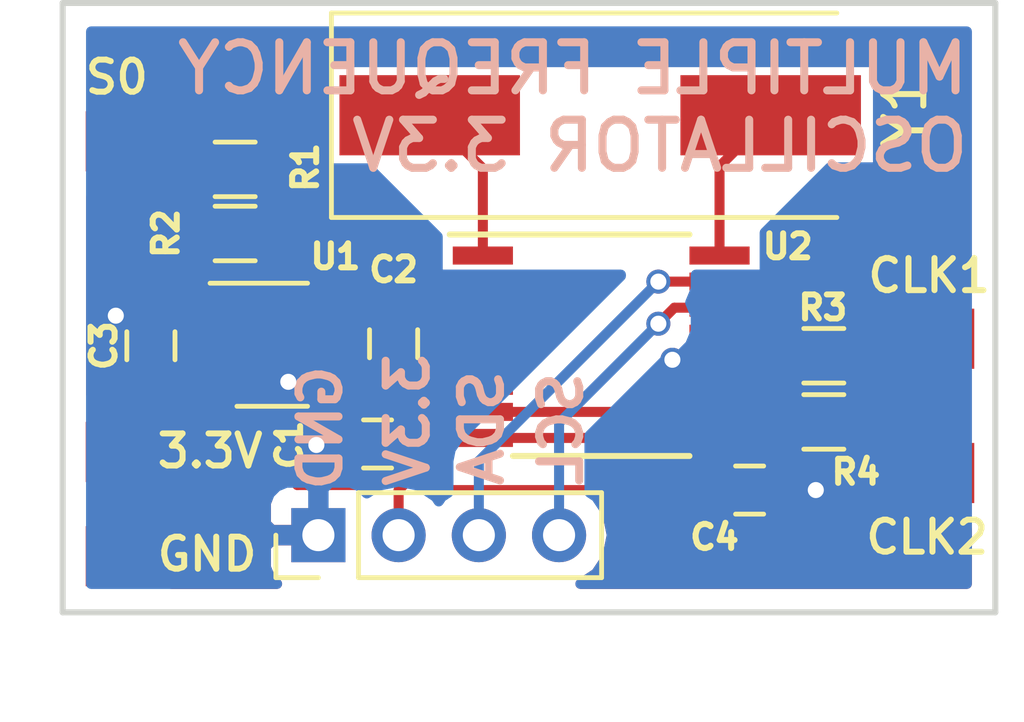
<source format=kicad_pcb>
(kicad_pcb (version 4) (host pcbnew 4.0.7-e2-6376~61~ubuntu18.04.1)

  (general
    (links 33)
    (no_connects 0)
    (area 134.724999 88.199999 158.125001 103.550001)
    (thickness 1.6)
    (drawings 14)
    (tracks 87)
    (zones 0)
    (modules 17)
    (nets 14)
  )

  (page A4)
  (layers
    (0 F.Cu signal)
    (31 B.Cu signal)
    (32 B.Adhes user)
    (33 F.Adhes user)
    (34 B.Paste user)
    (35 F.Paste user)
    (36 B.SilkS user)
    (37 F.SilkS user)
    (38 B.Mask user)
    (39 F.Mask user)
    (40 Dwgs.User user)
    (41 Cmts.User user)
    (42 Eco1.User user)
    (43 Eco2.User user)
    (44 Edge.Cuts user)
    (45 Margin user)
    (46 B.CrtYd user)
    (47 F.CrtYd user)
    (48 B.Fab user)
    (49 F.Fab user)
  )

  (setup
    (last_trace_width 0.25)
    (trace_clearance 0.2)
    (zone_clearance 0.508)
    (zone_45_only yes)
    (trace_min 0.2)
    (segment_width 0.2)
    (edge_width 0.15)
    (via_size 0.6)
    (via_drill 0.4)
    (via_min_size 0.4)
    (via_min_drill 0.3)
    (uvia_size 0.3)
    (uvia_drill 0.1)
    (uvias_allowed no)
    (uvia_min_size 0.2)
    (uvia_min_drill 0.1)
    (pcb_text_width 0.3)
    (pcb_text_size 1.5 1.5)
    (mod_edge_width 0.15)
    (mod_text_size 1 1)
    (mod_text_width 0.15)
    (pad_size 1.524 1.524)
    (pad_drill 0.762)
    (pad_to_mask_clearance 0.2)
    (aux_axis_origin 0 0)
    (visible_elements FFFFFF7F)
    (pcbplotparams
      (layerselection 0x00030_80000001)
      (usegerberextensions false)
      (excludeedgelayer true)
      (linewidth 0.100000)
      (plotframeref false)
      (viasonmask false)
      (mode 1)
      (useauxorigin false)
      (hpglpennumber 1)
      (hpglpenspeed 20)
      (hpglpendiameter 15)
      (hpglpenoverlay 2)
      (psnegative false)
      (psa4output false)
      (plotreference true)
      (plotvalue true)
      (plotinvisibletext false)
      (padsonsilk false)
      (subtractmaskfromsilk false)
      (outputformat 1)
      (mirror false)
      (drillshape 1)
      (scaleselection 1)
      (outputdirectory ""))
  )

  (net 0 "")
  (net 1 GND)
  (net 2 +3V3)
  (net 3 +1V8)
  (net 4 "Net-(J1-Pad1)")
  (net 5 /SDA)
  (net 6 /SCL)
  (net 7 "Net-(J5-Pad1)")
  (net 8 "Net-(J6-Pad1)")
  (net 9 /S0)
  (net 10 "Net-(R3-Pad2)")
  (net 11 "Net-(R4-Pad2)")
  (net 12 "Net-(U2-Pad1)")
  (net 13 "Net-(U2-Pad16)")

  (net_class Default "This is the default net class."
    (clearance 0.2)
    (trace_width 0.25)
    (via_dia 0.6)
    (via_drill 0.4)
    (uvia_dia 0.3)
    (uvia_drill 0.1)
    (add_net +1V8)
    (add_net +3V3)
    (add_net /S0)
    (add_net /SCL)
    (add_net /SDA)
    (add_net GND)
    (add_net "Net-(J1-Pad1)")
    (add_net "Net-(J5-Pad1)")
    (add_net "Net-(J6-Pad1)")
    (add_net "Net-(R3-Pad2)")
    (add_net "Net-(R4-Pad2)")
    (add_net "Net-(U2-Pad1)")
    (add_net "Net-(U2-Pad16)")
  )

  (module Housings_SSOP:TSSOP-16_4.4x5mm_Pitch0.65mm (layer F.Cu) (tedit 5B71EC53) (tstamp 5B71E756)
    (at 148.225 96.85)
    (descr "16-Lead Plastic Thin Shrink Small Outline (ST)-4.4 mm Body [TSSOP] (see Microchip Packaging Specification 00000049BS.pdf)")
    (tags "SSOP 0.65")
    (path /5B71E0D8)
    (attr smd)
    (fp_text reference U2 (at 4.65 -2.5) (layer F.SilkS)
      (effects (font (size 0.6 0.6) (thickness 0.15)))
    )
    (fp_text value CDCE925 (at 0 3.55) (layer F.Fab)
      (effects (font (size 1 1) (thickness 0.15)))
    )
    (fp_line (start -1.2 -2.5) (end 2.2 -2.5) (layer F.Fab) (width 0.15))
    (fp_line (start 2.2 -2.5) (end 2.2 2.5) (layer F.Fab) (width 0.15))
    (fp_line (start 2.2 2.5) (end -2.2 2.5) (layer F.Fab) (width 0.15))
    (fp_line (start -2.2 2.5) (end -2.2 -1.5) (layer F.Fab) (width 0.15))
    (fp_line (start -2.2 -1.5) (end -1.2 -2.5) (layer F.Fab) (width 0.15))
    (fp_line (start -3.95 -2.9) (end -3.95 2.8) (layer F.CrtYd) (width 0.05))
    (fp_line (start 3.95 -2.9) (end 3.95 2.8) (layer F.CrtYd) (width 0.05))
    (fp_line (start -3.95 -2.9) (end 3.95 -2.9) (layer F.CrtYd) (width 0.05))
    (fp_line (start -3.95 2.8) (end 3.95 2.8) (layer F.CrtYd) (width 0.05))
    (fp_line (start -2.2 2.725) (end 2.2 2.725) (layer F.SilkS) (width 0.15))
    (fp_line (start -3.775 -2.8) (end 2.2 -2.8) (layer F.SilkS) (width 0.15))
    (fp_text user %R (at 0 0) (layer F.Fab)
      (effects (font (size 0.8 0.8) (thickness 0.15)))
    )
    (pad 1 smd rect (at -2.95 -2.275) (size 1.5 0.45) (layers F.Cu F.Paste F.Mask)
      (net 12 "Net-(U2-Pad1)"))
    (pad 2 smd rect (at -2.95 -1.625) (size 1.5 0.45) (layers F.Cu F.Paste F.Mask)
      (net 9 /S0))
    (pad 3 smd rect (at -2.95 -0.975) (size 1.5 0.45) (layers F.Cu F.Paste F.Mask)
      (net 3 +1V8))
    (pad 4 smd rect (at -2.95 -0.325) (size 1.5 0.45) (layers F.Cu F.Paste F.Mask))
    (pad 5 smd rect (at -2.95 0.325) (size 1.5 0.45) (layers F.Cu F.Paste F.Mask)
      (net 1 GND))
    (pad 6 smd rect (at -2.95 0.975) (size 1.5 0.45) (layers F.Cu F.Paste F.Mask)
      (net 2 +3V3))
    (pad 7 smd rect (at -2.95 1.625) (size 1.5 0.45) (layers F.Cu F.Paste F.Mask)
      (net 10 "Net-(R3-Pad2)"))
    (pad 8 smd rect (at -2.95 2.275) (size 1.5 0.45) (layers F.Cu F.Paste F.Mask)
      (net 11 "Net-(R4-Pad2)"))
    (pad 9 smd rect (at 2.95 2.275) (size 1.5 0.45) (layers F.Cu F.Paste F.Mask)
      (net 2 +3V3))
    (pad 10 smd rect (at 2.95 1.625) (size 1.5 0.45) (layers F.Cu F.Paste F.Mask)
      (net 11 "Net-(R4-Pad2)"))
    (pad 11 smd rect (at 2.95 0.975) (size 1.5 0.45) (layers F.Cu F.Paste F.Mask)
      (net 10 "Net-(R3-Pad2)"))
    (pad 12 smd rect (at 2.95 0.325) (size 1.5 0.45) (layers F.Cu F.Paste F.Mask)
      (net 1 GND))
    (pad 13 smd rect (at 2.95 -0.325) (size 1.5 0.45) (layers F.Cu F.Paste F.Mask))
    (pad 14 smd rect (at 2.95 -0.975) (size 1.5 0.45) (layers F.Cu F.Paste F.Mask)
      (net 6 /SCL))
    (pad 15 smd rect (at 2.95 -1.625) (size 1.5 0.45) (layers F.Cu F.Paste F.Mask)
      (net 5 /SDA))
    (pad 16 smd rect (at 2.95 -2.275) (size 1.5 0.45) (layers F.Cu F.Paste F.Mask)
      (net 13 "Net-(U2-Pad16)"))
    (model ${KISYS3DMOD}/Housings_SSOP.3dshapes/TSSOP-16_4.4x5mm_Pitch0.65mm.wrl
      (at (xyz 0 0 0))
      (scale (xyz 1 1 1))
      (rotate (xyz 0 0 0))
    )
  )

  (module Capacitors_SMD:C_0603 (layer F.Cu) (tedit 5B71F1CE) (tstamp 5B71E6F4)
    (at 142.65 99.275 180)
    (descr "Capacitor SMD 0603, reflow soldering, AVX (see smccp.pdf)")
    (tags "capacitor 0603")
    (path /5B71E86F)
    (attr smd)
    (fp_text reference C1 (at 2.2 -0.025 270) (layer F.SilkS)
      (effects (font (size 0.6 0.6) (thickness 0.15)))
    )
    (fp_text value 1uF (at 0 1.5 180) (layer F.Fab)
      (effects (font (size 1 1) (thickness 0.15)))
    )
    (fp_line (start 1.4 0.65) (end -1.4 0.65) (layer F.CrtYd) (width 0.05))
    (fp_line (start 1.4 0.65) (end 1.4 -0.65) (layer F.CrtYd) (width 0.05))
    (fp_line (start -1.4 -0.65) (end -1.4 0.65) (layer F.CrtYd) (width 0.05))
    (fp_line (start -1.4 -0.65) (end 1.4 -0.65) (layer F.CrtYd) (width 0.05))
    (fp_line (start 0.35 0.6) (end -0.35 0.6) (layer F.SilkS) (width 0.12))
    (fp_line (start -0.35 -0.6) (end 0.35 -0.6) (layer F.SilkS) (width 0.12))
    (fp_line (start -0.8 -0.4) (end 0.8 -0.4) (layer F.Fab) (width 0.1))
    (fp_line (start 0.8 -0.4) (end 0.8 0.4) (layer F.Fab) (width 0.1))
    (fp_line (start 0.8 0.4) (end -0.8 0.4) (layer F.Fab) (width 0.1))
    (fp_line (start -0.8 0.4) (end -0.8 -0.4) (layer F.Fab) (width 0.1))
    (fp_text user %R (at 0 0 180) (layer F.Fab)
      (effects (font (size 0.3 0.3) (thickness 0.075)))
    )
    (pad 2 smd rect (at 0.75 0 180) (size 0.8 0.75) (layers F.Cu F.Paste F.Mask)
      (net 1 GND))
    (pad 1 smd rect (at -0.75 0 180) (size 0.8 0.75) (layers F.Cu F.Paste F.Mask)
      (net 2 +3V3))
    (model Capacitors_SMD.3dshapes/C_0603.wrl
      (at (xyz 0 0 0))
      (scale (xyz 1 1 1))
      (rotate (xyz 0 0 0))
    )
  )

  (module Capacitors_SMD:C_0603 (layer F.Cu) (tedit 5B71EC3F) (tstamp 5B71E6FA)
    (at 143.05 96.775 270)
    (descr "Capacitor SMD 0603, reflow soldering, AVX (see smccp.pdf)")
    (tags "capacitor 0603")
    (path /5B71E96F)
    (attr smd)
    (fp_text reference C2 (at -1.85 0 360) (layer F.SilkS)
      (effects (font (size 0.6 0.6) (thickness 0.15)))
    )
    (fp_text value 1uF (at 0 1.5 270) (layer F.Fab)
      (effects (font (size 1 1) (thickness 0.15)))
    )
    (fp_line (start 1.4 0.65) (end -1.4 0.65) (layer F.CrtYd) (width 0.05))
    (fp_line (start 1.4 0.65) (end 1.4 -0.65) (layer F.CrtYd) (width 0.05))
    (fp_line (start -1.4 -0.65) (end -1.4 0.65) (layer F.CrtYd) (width 0.05))
    (fp_line (start -1.4 -0.65) (end 1.4 -0.65) (layer F.CrtYd) (width 0.05))
    (fp_line (start 0.35 0.6) (end -0.35 0.6) (layer F.SilkS) (width 0.12))
    (fp_line (start -0.35 -0.6) (end 0.35 -0.6) (layer F.SilkS) (width 0.12))
    (fp_line (start -0.8 -0.4) (end 0.8 -0.4) (layer F.Fab) (width 0.1))
    (fp_line (start 0.8 -0.4) (end 0.8 0.4) (layer F.Fab) (width 0.1))
    (fp_line (start 0.8 0.4) (end -0.8 0.4) (layer F.Fab) (width 0.1))
    (fp_line (start -0.8 0.4) (end -0.8 -0.4) (layer F.Fab) (width 0.1))
    (fp_text user %R (at 0 0 270) (layer F.Fab)
      (effects (font (size 0.3 0.3) (thickness 0.075)))
    )
    (pad 2 smd rect (at 0.75 0 270) (size 0.8 0.75) (layers F.Cu F.Paste F.Mask)
      (net 1 GND))
    (pad 1 smd rect (at -0.75 0 270) (size 0.8 0.75) (layers F.Cu F.Paste F.Mask)
      (net 3 +1V8))
    (model Capacitors_SMD.3dshapes/C_0603.wrl
      (at (xyz 0 0 0))
      (scale (xyz 1 1 1))
      (rotate (xyz 0 0 0))
    )
  )

  (module Capacitors_SMD:C_0603 (layer F.Cu) (tedit 5B71ECDF) (tstamp 5B71E700)
    (at 137 96.825 90)
    (descr "Capacitor SMD 0603, reflow soldering, AVX (see smccp.pdf)")
    (tags "capacitor 0603")
    (path /5B71E368)
    (attr smd)
    (fp_text reference C3 (at 0 -1.175 90) (layer F.SilkS)
      (effects (font (size 0.6 0.6) (thickness 0.15)))
    )
    (fp_text value 1uF (at 0 1.5 90) (layer F.Fab)
      (effects (font (size 1 1) (thickness 0.15)))
    )
    (fp_line (start 1.4 0.65) (end -1.4 0.65) (layer F.CrtYd) (width 0.05))
    (fp_line (start 1.4 0.65) (end 1.4 -0.65) (layer F.CrtYd) (width 0.05))
    (fp_line (start -1.4 -0.65) (end -1.4 0.65) (layer F.CrtYd) (width 0.05))
    (fp_line (start -1.4 -0.65) (end 1.4 -0.65) (layer F.CrtYd) (width 0.05))
    (fp_line (start 0.35 0.6) (end -0.35 0.6) (layer F.SilkS) (width 0.12))
    (fp_line (start -0.35 -0.6) (end 0.35 -0.6) (layer F.SilkS) (width 0.12))
    (fp_line (start -0.8 -0.4) (end 0.8 -0.4) (layer F.Fab) (width 0.1))
    (fp_line (start 0.8 -0.4) (end 0.8 0.4) (layer F.Fab) (width 0.1))
    (fp_line (start 0.8 0.4) (end -0.8 0.4) (layer F.Fab) (width 0.1))
    (fp_line (start -0.8 0.4) (end -0.8 -0.4) (layer F.Fab) (width 0.1))
    (fp_text user %R (at 0 0 90) (layer F.Fab)
      (effects (font (size 0.3 0.3) (thickness 0.075)))
    )
    (pad 2 smd rect (at 0.75 0 90) (size 0.8 0.75) (layers F.Cu F.Paste F.Mask)
      (net 1 GND))
    (pad 1 smd rect (at -0.75 0 90) (size 0.8 0.75) (layers F.Cu F.Paste F.Mask)
      (net 2 +3V3))
    (model Capacitors_SMD.3dshapes/C_0603.wrl
      (at (xyz 0 0 0))
      (scale (xyz 1 1 1))
      (rotate (xyz 0 0 0))
    )
  )

  (module Resistors_SMD:R_0603 (layer F.Cu) (tedit 5B71EE3A) (tstamp 5B71E727)
    (at 139.1 92.425 180)
    (descr "Resistor SMD 0603, reflow soldering, Vishay (see dcrcw.pdf)")
    (tags "resistor 0603")
    (path /5B71ED60)
    (attr smd)
    (fp_text reference R1 (at -1.75 0.05 270) (layer F.SilkS)
      (effects (font (size 0.6 0.6) (thickness 0.15)))
    )
    (fp_text value 10K (at 0 1.5 180) (layer F.Fab)
      (effects (font (size 1 1) (thickness 0.15)))
    )
    (fp_text user %R (at 0 0 180) (layer F.Fab)
      (effects (font (size 0.4 0.4) (thickness 0.075)))
    )
    (fp_line (start -0.8 0.4) (end -0.8 -0.4) (layer F.Fab) (width 0.1))
    (fp_line (start 0.8 0.4) (end -0.8 0.4) (layer F.Fab) (width 0.1))
    (fp_line (start 0.8 -0.4) (end 0.8 0.4) (layer F.Fab) (width 0.1))
    (fp_line (start -0.8 -0.4) (end 0.8 -0.4) (layer F.Fab) (width 0.1))
    (fp_line (start 0.5 0.68) (end -0.5 0.68) (layer F.SilkS) (width 0.12))
    (fp_line (start -0.5 -0.68) (end 0.5 -0.68) (layer F.SilkS) (width 0.12))
    (fp_line (start -1.25 -0.7) (end 1.25 -0.7) (layer F.CrtYd) (width 0.05))
    (fp_line (start -1.25 -0.7) (end -1.25 0.7) (layer F.CrtYd) (width 0.05))
    (fp_line (start 1.25 0.7) (end 1.25 -0.7) (layer F.CrtYd) (width 0.05))
    (fp_line (start 1.25 0.7) (end -1.25 0.7) (layer F.CrtYd) (width 0.05))
    (pad 1 smd rect (at -0.75 0 180) (size 0.5 0.9) (layers F.Cu F.Paste F.Mask)
      (net 9 /S0))
    (pad 2 smd rect (at 0.75 0 180) (size 0.5 0.9) (layers F.Cu F.Paste F.Mask)
      (net 4 "Net-(J1-Pad1)"))
    (model ${KISYS3DMOD}/Resistors_SMD.3dshapes/R_0603.wrl
      (at (xyz 0 0 0))
      (scale (xyz 1 1 1))
      (rotate (xyz 0 0 0))
    )
  )

  (module Resistors_SMD:R_0603 (layer F.Cu) (tedit 5B71F084) (tstamp 5B71E72D)
    (at 139.1 94.025)
    (descr "Resistor SMD 0603, reflow soldering, Vishay (see dcrcw.pdf)")
    (tags "resistor 0603")
    (path /5B71EDD0)
    (attr smd)
    (fp_text reference R2 (at -1.725 0 90) (layer F.SilkS)
      (effects (font (size 0.6 0.6) (thickness 0.15)))
    )
    (fp_text value 10K (at 0 1.5) (layer F.Fab)
      (effects (font (size 1 1) (thickness 0.15)))
    )
    (fp_text user %R (at 0 0) (layer F.Fab)
      (effects (font (size 0.4 0.4) (thickness 0.075)))
    )
    (fp_line (start -0.8 0.4) (end -0.8 -0.4) (layer F.Fab) (width 0.1))
    (fp_line (start 0.8 0.4) (end -0.8 0.4) (layer F.Fab) (width 0.1))
    (fp_line (start 0.8 -0.4) (end 0.8 0.4) (layer F.Fab) (width 0.1))
    (fp_line (start -0.8 -0.4) (end 0.8 -0.4) (layer F.Fab) (width 0.1))
    (fp_line (start 0.5 0.68) (end -0.5 0.68) (layer F.SilkS) (width 0.12))
    (fp_line (start -0.5 -0.68) (end 0.5 -0.68) (layer F.SilkS) (width 0.12))
    (fp_line (start -1.25 -0.7) (end 1.25 -0.7) (layer F.CrtYd) (width 0.05))
    (fp_line (start -1.25 -0.7) (end -1.25 0.7) (layer F.CrtYd) (width 0.05))
    (fp_line (start 1.25 0.7) (end 1.25 -0.7) (layer F.CrtYd) (width 0.05))
    (fp_line (start 1.25 0.7) (end -1.25 0.7) (layer F.CrtYd) (width 0.05))
    (pad 1 smd rect (at -0.75 0) (size 0.5 0.9) (layers F.Cu F.Paste F.Mask)
      (net 1 GND))
    (pad 2 smd rect (at 0.75 0) (size 0.5 0.9) (layers F.Cu F.Paste F.Mask)
      (net 9 /S0))
    (model ${KISYS3DMOD}/Resistors_SMD.3dshapes/R_0603.wrl
      (at (xyz 0 0 0))
      (scale (xyz 1 1 1))
      (rotate (xyz 0 0 0))
    )
  )

  (module Resistors_SMD:R_0603 (layer F.Cu) (tedit 5B71EC62) (tstamp 5B71E733)
    (at 153.775 97.075 180)
    (descr "Resistor SMD 0603, reflow soldering, Vishay (see dcrcw.pdf)")
    (tags "resistor 0603")
    (path /5B71E5F4)
    (attr smd)
    (fp_text reference R3 (at 0.025 1.2 180) (layer F.SilkS)
      (effects (font (size 0.6 0.6) (thickness 0.15)))
    )
    (fp_text value 18R (at 0 1.5 180) (layer F.Fab)
      (effects (font (size 1 1) (thickness 0.15)))
    )
    (fp_text user %R (at 0 0 180) (layer F.Fab)
      (effects (font (size 0.4 0.4) (thickness 0.075)))
    )
    (fp_line (start -0.8 0.4) (end -0.8 -0.4) (layer F.Fab) (width 0.1))
    (fp_line (start 0.8 0.4) (end -0.8 0.4) (layer F.Fab) (width 0.1))
    (fp_line (start 0.8 -0.4) (end 0.8 0.4) (layer F.Fab) (width 0.1))
    (fp_line (start -0.8 -0.4) (end 0.8 -0.4) (layer F.Fab) (width 0.1))
    (fp_line (start 0.5 0.68) (end -0.5 0.68) (layer F.SilkS) (width 0.12))
    (fp_line (start -0.5 -0.68) (end 0.5 -0.68) (layer F.SilkS) (width 0.12))
    (fp_line (start -1.25 -0.7) (end 1.25 -0.7) (layer F.CrtYd) (width 0.05))
    (fp_line (start -1.25 -0.7) (end -1.25 0.7) (layer F.CrtYd) (width 0.05))
    (fp_line (start 1.25 0.7) (end 1.25 -0.7) (layer F.CrtYd) (width 0.05))
    (fp_line (start 1.25 0.7) (end -1.25 0.7) (layer F.CrtYd) (width 0.05))
    (pad 1 smd rect (at -0.75 0 180) (size 0.5 0.9) (layers F.Cu F.Paste F.Mask)
      (net 7 "Net-(J5-Pad1)"))
    (pad 2 smd rect (at 0.75 0 180) (size 0.5 0.9) (layers F.Cu F.Paste F.Mask)
      (net 10 "Net-(R3-Pad2)"))
    (model ${KISYS3DMOD}/Resistors_SMD.3dshapes/R_0603.wrl
      (at (xyz 0 0 0))
      (scale (xyz 1 1 1))
      (rotate (xyz 0 0 0))
    )
  )

  (module Resistors_SMD:R_0603 (layer F.Cu) (tedit 5B71F1ED) (tstamp 5B71E739)
    (at 153.775 98.725 180)
    (descr "Resistor SMD 0603, reflow soldering, Vishay (see dcrcw.pdf)")
    (tags "resistor 0603")
    (path /5B71E638)
    (attr smd)
    (fp_text reference R4 (at -0.8 -1.25 180) (layer F.SilkS)
      (effects (font (size 0.6 0.6) (thickness 0.15)))
    )
    (fp_text value 18R (at 0 1.5 180) (layer F.Fab)
      (effects (font (size 1 1) (thickness 0.15)))
    )
    (fp_text user %R (at 0 0 180) (layer F.Fab)
      (effects (font (size 0.4 0.4) (thickness 0.075)))
    )
    (fp_line (start -0.8 0.4) (end -0.8 -0.4) (layer F.Fab) (width 0.1))
    (fp_line (start 0.8 0.4) (end -0.8 0.4) (layer F.Fab) (width 0.1))
    (fp_line (start 0.8 -0.4) (end 0.8 0.4) (layer F.Fab) (width 0.1))
    (fp_line (start -0.8 -0.4) (end 0.8 -0.4) (layer F.Fab) (width 0.1))
    (fp_line (start 0.5 0.68) (end -0.5 0.68) (layer F.SilkS) (width 0.12))
    (fp_line (start -0.5 -0.68) (end 0.5 -0.68) (layer F.SilkS) (width 0.12))
    (fp_line (start -1.25 -0.7) (end 1.25 -0.7) (layer F.CrtYd) (width 0.05))
    (fp_line (start -1.25 -0.7) (end -1.25 0.7) (layer F.CrtYd) (width 0.05))
    (fp_line (start 1.25 0.7) (end 1.25 -0.7) (layer F.CrtYd) (width 0.05))
    (fp_line (start 1.25 0.7) (end -1.25 0.7) (layer F.CrtYd) (width 0.05))
    (pad 1 smd rect (at -0.75 0 180) (size 0.5 0.9) (layers F.Cu F.Paste F.Mask)
      (net 8 "Net-(J6-Pad1)"))
    (pad 2 smd rect (at 0.75 0 180) (size 0.5 0.9) (layers F.Cu F.Paste F.Mask)
      (net 11 "Net-(R4-Pad2)"))
    (model ${KISYS3DMOD}/Resistors_SMD.3dshapes/R_0603.wrl
      (at (xyz 0 0 0))
      (scale (xyz 1 1 1))
      (rotate (xyz 0 0 0))
    )
  )

  (module TO_SOT_Packages_SMD:TSOT-23-5 (layer F.Cu) (tedit 5B71F087) (tstamp 5B71E742)
    (at 140.025 96.775)
    (descr "5-pin TSOT23 package, http://cds.linear.com/docs/en/packaging/SOT_5_05-08-1635.pdf")
    (tags TSOT-23-5)
    (path /5B71E817)
    (attr smd)
    (fp_text reference U1 (at 1.575 -2.175) (layer F.SilkS)
      (effects (font (size 0.6 0.6) (thickness 0.15)))
    )
    (fp_text value TPS782 (at 0 2.5) (layer F.Fab)
      (effects (font (size 1 1) (thickness 0.15)))
    )
    (fp_text user %R (at 0 0 90) (layer F.Fab)
      (effects (font (size 0.5 0.5) (thickness 0.075)))
    )
    (fp_line (start -0.88 1.56) (end 0.88 1.56) (layer F.SilkS) (width 0.12))
    (fp_line (start 0.88 -1.51) (end -1.55 -1.51) (layer F.SilkS) (width 0.12))
    (fp_line (start -0.88 -1) (end -0.43 -1.45) (layer F.Fab) (width 0.1))
    (fp_line (start 0.88 -1.45) (end -0.43 -1.45) (layer F.Fab) (width 0.1))
    (fp_line (start -0.88 -1) (end -0.88 1.45) (layer F.Fab) (width 0.1))
    (fp_line (start 0.88 1.45) (end -0.88 1.45) (layer F.Fab) (width 0.1))
    (fp_line (start 0.88 -1.45) (end 0.88 1.45) (layer F.Fab) (width 0.1))
    (fp_line (start -2.17 -1.7) (end 2.17 -1.7) (layer F.CrtYd) (width 0.05))
    (fp_line (start -2.17 -1.7) (end -2.17 1.7) (layer F.CrtYd) (width 0.05))
    (fp_line (start 2.17 1.7) (end 2.17 -1.7) (layer F.CrtYd) (width 0.05))
    (fp_line (start 2.17 1.7) (end -2.17 1.7) (layer F.CrtYd) (width 0.05))
    (pad 1 smd rect (at -1.31 -0.95) (size 1.22 0.65) (layers F.Cu F.Paste F.Mask)
      (net 2 +3V3))
    (pad 2 smd rect (at -1.31 0) (size 1.22 0.65) (layers F.Cu F.Paste F.Mask)
      (net 1 GND))
    (pad 3 smd rect (at -1.31 0.95) (size 1.22 0.65) (layers F.Cu F.Paste F.Mask)
      (net 2 +3V3))
    (pad 4 smd rect (at 1.31 0.95) (size 1.22 0.65) (layers F.Cu F.Paste F.Mask)
      (net 1 GND))
    (pad 5 smd rect (at 1.31 -0.95) (size 1.22 0.65) (layers F.Cu F.Paste F.Mask)
      (net 3 +1V8))
    (model ${KISYS3DMOD}/TO_SOT_Packages_SMD.3dshapes/TSOT-23-5.wrl
      (at (xyz 0 0 0))
      (scale (xyz 1 1 1))
      (rotate (xyz 0 0 0))
    )
  )

  (module Crystals:Crystal_SMD_HC49-SD (layer F.Cu) (tedit 5B71ECAD) (tstamp 5B71E75C)
    (at 148.2 91.075)
    (descr "SMD Crystal HC-49-SD http://cdn-reichelt.de/documents/datenblatt/B400/xxx-HC49-SMD.pdf, 11.4x4.7mm^2 package")
    (tags "SMD SMT crystal")
    (path /5B71E121)
    (attr smd)
    (fp_text reference Y1 (at 7.6 -0.1 90) (layer F.SilkS)
      (effects (font (size 1 1) (thickness 0.15)))
    )
    (fp_text value 27MHz (at 0 3.55) (layer F.Fab)
      (effects (font (size 1 1) (thickness 0.15)))
    )
    (fp_text user %R (at 0 0) (layer F.Fab)
      (effects (font (size 1 1) (thickness 0.15)))
    )
    (fp_line (start -5.7 -2.35) (end -5.7 2.35) (layer F.Fab) (width 0.1))
    (fp_line (start -5.7 2.35) (end 5.7 2.35) (layer F.Fab) (width 0.1))
    (fp_line (start 5.7 2.35) (end 5.7 -2.35) (layer F.Fab) (width 0.1))
    (fp_line (start 5.7 -2.35) (end -5.7 -2.35) (layer F.Fab) (width 0.1))
    (fp_line (start -3.015 -2.115) (end 3.015 -2.115) (layer F.Fab) (width 0.1))
    (fp_line (start -3.015 2.115) (end 3.015 2.115) (layer F.Fab) (width 0.1))
    (fp_line (start 5.9 -2.55) (end -6.7 -2.55) (layer F.SilkS) (width 0.12))
    (fp_line (start -6.7 -2.55) (end -6.7 2.55) (layer F.SilkS) (width 0.12))
    (fp_line (start -6.7 2.55) (end 5.9 2.55) (layer F.SilkS) (width 0.12))
    (fp_line (start -6.8 -2.6) (end -6.8 2.6) (layer F.CrtYd) (width 0.05))
    (fp_line (start -6.8 2.6) (end 6.8 2.6) (layer F.CrtYd) (width 0.05))
    (fp_line (start 6.8 2.6) (end 6.8 -2.6) (layer F.CrtYd) (width 0.05))
    (fp_line (start 6.8 -2.6) (end -6.8 -2.6) (layer F.CrtYd) (width 0.05))
    (fp_arc (start -3.015 0) (end -3.015 -2.115) (angle -180) (layer F.Fab) (width 0.1))
    (fp_arc (start 3.015 0) (end 3.015 -2.115) (angle 180) (layer F.Fab) (width 0.1))
    (pad 1 smd rect (at -4.25 0) (size 4.5 2) (layers F.Cu F.Paste F.Mask)
      (net 12 "Net-(U2-Pad1)"))
    (pad 2 smd rect (at 4.25 0) (size 4.5 2) (layers F.Cu F.Paste F.Mask)
      (net 13 "Net-(U2-Pad16)"))
    (model ${KISYS3DMOD}/Crystals.3dshapes/Crystal_SMD_HC49-SD.wrl
      (at (xyz 0 0 0))
      (scale (xyz 1 1 1))
      (rotate (xyz 0 0 0))
    )
  )

  (module Pin_Headers:Pin_Header_Straight_1x04_Pitch2.00mm (layer F.Cu) (tedit 5B71ECC8) (tstamp 5B71E7AB)
    (at 141.175 101.55 90)
    (descr "Through hole straight pin header, 1x04, 2.00mm pitch, single row")
    (tags "Through hole pin header THT 1x04 2.00mm single row")
    (path /5B71E22E)
    (fp_text reference J2 (at 0 -2.06 90) (layer F.SilkS) hide
      (effects (font (size 1 1) (thickness 0.15)))
    )
    (fp_text value Conn_01x04 (at 0 8.06 90) (layer F.Fab)
      (effects (font (size 1 1) (thickness 0.15)))
    )
    (fp_line (start -0.5 -1) (end 1 -1) (layer F.Fab) (width 0.1))
    (fp_line (start 1 -1) (end 1 7) (layer F.Fab) (width 0.1))
    (fp_line (start 1 7) (end -1 7) (layer F.Fab) (width 0.1))
    (fp_line (start -1 7) (end -1 -0.5) (layer F.Fab) (width 0.1))
    (fp_line (start -1 -0.5) (end -0.5 -1) (layer F.Fab) (width 0.1))
    (fp_line (start -1.06 7.06) (end 1.06 7.06) (layer F.SilkS) (width 0.12))
    (fp_line (start -1.06 1) (end -1.06 7.06) (layer F.SilkS) (width 0.12))
    (fp_line (start 1.06 1) (end 1.06 7.06) (layer F.SilkS) (width 0.12))
    (fp_line (start -1.06 1) (end 1.06 1) (layer F.SilkS) (width 0.12))
    (fp_line (start -1.06 0) (end -1.06 -1.06) (layer F.SilkS) (width 0.12))
    (fp_line (start -1.06 -1.06) (end 0 -1.06) (layer F.SilkS) (width 0.12))
    (fp_line (start -1.5 -1.5) (end -1.5 7.5) (layer F.CrtYd) (width 0.05))
    (fp_line (start -1.5 7.5) (end 1.5 7.5) (layer F.CrtYd) (width 0.05))
    (fp_line (start 1.5 7.5) (end 1.5 -1.5) (layer F.CrtYd) (width 0.05))
    (fp_line (start 1.5 -1.5) (end -1.5 -1.5) (layer F.CrtYd) (width 0.05))
    (fp_text user %R (at 0 3 180) (layer F.Fab)
      (effects (font (size 1 1) (thickness 0.15)))
    )
    (pad 1 thru_hole rect (at 0 0 90) (size 1.35 1.35) (drill 0.8) (layers *.Cu *.Mask)
      (net 1 GND))
    (pad 2 thru_hole oval (at 0 2 90) (size 1.35 1.35) (drill 0.8) (layers *.Cu *.Mask)
      (net 2 +3V3))
    (pad 3 thru_hole oval (at 0 4 90) (size 1.35 1.35) (drill 0.8) (layers *.Cu *.Mask)
      (net 5 /SDA))
    (pad 4 thru_hole oval (at 0 6 90) (size 1.35 1.35) (drill 0.8) (layers *.Cu *.Mask)
      (net 6 /SCL))
    (model ${KISYS3DMOD}/Pin_Headers.3dshapes/Pin_Header_Straight_1x04_Pitch2.00mm.wrl
      (at (xyz 0 0 0))
      (scale (xyz 1 1 1))
      (rotate (xyz 0 0 0))
    )
  )

  (module Measurement_Points:Measurement_Point_Square-SMD-Pad_Small (layer F.Cu) (tedit 5B71EC9A) (tstamp 5B71E818)
    (at 136.125 91.725)
    (descr "Mesurement Point, Square, SMD Pad,  1.5mm x 1.5mm,")
    (tags "Mesurement Point Square SMD Pad 1.5x1.5mm")
    (path /5B71EE79)
    (attr virtual)
    (fp_text reference J1 (at 0 -2) (layer F.SilkS) hide
      (effects (font (size 1 1) (thickness 0.15)))
    )
    (fp_text value S0 (at 0 2) (layer F.Fab)
      (effects (font (size 1 1) (thickness 0.15)))
    )
    (fp_line (start -1 -1) (end 1 -1) (layer F.CrtYd) (width 0.05))
    (fp_line (start 1 -1) (end 1 1) (layer F.CrtYd) (width 0.05))
    (fp_line (start 1 1) (end -1 1) (layer F.CrtYd) (width 0.05))
    (fp_line (start -1 1) (end -1 -1) (layer F.CrtYd) (width 0.05))
    (pad 1 smd rect (at 0 0) (size 1.5 1.5) (layers F.Cu F.Mask)
      (net 4 "Net-(J1-Pad1)"))
  )

  (module Measurement_Points:Measurement_Point_Square-SMD-Pad_Small (layer F.Cu) (tedit 5B71EC93) (tstamp 5B71E81C)
    (at 136.125 99.475)
    (descr "Mesurement Point, Square, SMD Pad,  1.5mm x 1.5mm,")
    (tags "Mesurement Point Square SMD Pad 1.5x1.5mm")
    (path /5B71F121)
    (attr virtual)
    (fp_text reference J3 (at 0 -2) (layer F.SilkS) hide
      (effects (font (size 1 1) (thickness 0.15)))
    )
    (fp_text value 3.3V_IN (at 0 2) (layer F.Fab)
      (effects (font (size 1 1) (thickness 0.15)))
    )
    (fp_line (start -1 -1) (end 1 -1) (layer F.CrtYd) (width 0.05))
    (fp_line (start 1 -1) (end 1 1) (layer F.CrtYd) (width 0.05))
    (fp_line (start 1 1) (end -1 1) (layer F.CrtYd) (width 0.05))
    (fp_line (start -1 1) (end -1 -1) (layer F.CrtYd) (width 0.05))
    (pad 1 smd rect (at 0 0) (size 1.5 1.5) (layers F.Cu F.Mask)
      (net 2 +3V3))
  )

  (module Measurement_Points:Measurement_Point_Square-SMD-Pad_Small (layer F.Cu) (tedit 5B71EC97) (tstamp 5B71E820)
    (at 136.125 102.075)
    (descr "Mesurement Point, Square, SMD Pad,  1.5mm x 1.5mm,")
    (tags "Mesurement Point Square SMD Pad 1.5x1.5mm")
    (path /5B71F256)
    (attr virtual)
    (fp_text reference J4 (at 0 -2) (layer F.SilkS) hide
      (effects (font (size 1 1) (thickness 0.15)))
    )
    (fp_text value GND_IN (at 0 2) (layer F.Fab)
      (effects (font (size 1 1) (thickness 0.15)))
    )
    (fp_line (start -1 -1) (end 1 -1) (layer F.CrtYd) (width 0.05))
    (fp_line (start 1 -1) (end 1 1) (layer F.CrtYd) (width 0.05))
    (fp_line (start 1 1) (end -1 1) (layer F.CrtYd) (width 0.05))
    (fp_line (start -1 1) (end -1 -1) (layer F.CrtYd) (width 0.05))
    (pad 1 smd rect (at 0 0) (size 1.5 1.5) (layers F.Cu F.Mask)
      (net 1 GND))
  )

  (module Measurement_Points:Measurement_Point_Square-SMD-Pad_Small (layer F.Cu) (tedit 5B71EC29) (tstamp 5B71E824)
    (at 156.775 96.65)
    (descr "Mesurement Point, Square, SMD Pad,  1.5mm x 1.5mm,")
    (tags "Mesurement Point Square SMD Pad 1.5x1.5mm")
    (path /5B71EC63)
    (attr virtual)
    (fp_text reference J5 (at 0 -2) (layer F.SilkS) hide
      (effects (font (size 1 1) (thickness 0.15)))
    )
    (fp_text value CLK1 (at 0 2) (layer F.Fab)
      (effects (font (size 1 1) (thickness 0.15)))
    )
    (fp_line (start -1 -1) (end 1 -1) (layer F.CrtYd) (width 0.05))
    (fp_line (start 1 -1) (end 1 1) (layer F.CrtYd) (width 0.05))
    (fp_line (start 1 1) (end -1 1) (layer F.CrtYd) (width 0.05))
    (fp_line (start -1 1) (end -1 -1) (layer F.CrtYd) (width 0.05))
    (pad 1 smd rect (at 0 0) (size 1.5 1.5) (layers F.Cu F.Mask)
      (net 7 "Net-(J5-Pad1)"))
  )

  (module Measurement_Points:Measurement_Point_Square-SMD-Pad_Small (layer F.Cu) (tedit 5B71EC2F) (tstamp 5B71E828)
    (at 156.775 100)
    (descr "Mesurement Point, Square, SMD Pad,  1.5mm x 1.5mm,")
    (tags "Mesurement Point Square SMD Pad 1.5x1.5mm")
    (path /5B71ECF9)
    (attr virtual)
    (fp_text reference J6 (at 0 -2) (layer F.SilkS) hide
      (effects (font (size 1 1) (thickness 0.15)))
    )
    (fp_text value CLK2 (at 0 2) (layer F.Fab)
      (effects (font (size 1 1) (thickness 0.15)))
    )
    (fp_line (start -1 -1) (end 1 -1) (layer F.CrtYd) (width 0.05))
    (fp_line (start 1 -1) (end 1 1) (layer F.CrtYd) (width 0.05))
    (fp_line (start 1 1) (end -1 1) (layer F.CrtYd) (width 0.05))
    (fp_line (start -1 1) (end -1 -1) (layer F.CrtYd) (width 0.05))
    (pad 1 smd rect (at 0 0) (size 1.5 1.5) (layers F.Cu F.Mask)
      (net 8 "Net-(J6-Pad1)"))
  )

  (module Capacitors_SMD:C_0603 (layer F.Cu) (tedit 5B71F1F2) (tstamp 5B71EAFD)
    (at 151.925 100.425)
    (descr "Capacitor SMD 0603, reflow soldering, AVX (see smccp.pdf)")
    (tags "capacitor 0603")
    (path /5B71F45A)
    (attr smd)
    (fp_text reference C4 (at -0.875 1.175) (layer F.SilkS)
      (effects (font (size 0.6 0.6) (thickness 0.15)))
    )
    (fp_text value 1uF (at 0 1.5) (layer F.Fab)
      (effects (font (size 1 1) (thickness 0.15)))
    )
    (fp_line (start 1.4 0.65) (end -1.4 0.65) (layer F.CrtYd) (width 0.05))
    (fp_line (start 1.4 0.65) (end 1.4 -0.65) (layer F.CrtYd) (width 0.05))
    (fp_line (start -1.4 -0.65) (end -1.4 0.65) (layer F.CrtYd) (width 0.05))
    (fp_line (start -1.4 -0.65) (end 1.4 -0.65) (layer F.CrtYd) (width 0.05))
    (fp_line (start 0.35 0.6) (end -0.35 0.6) (layer F.SilkS) (width 0.12))
    (fp_line (start -0.35 -0.6) (end 0.35 -0.6) (layer F.SilkS) (width 0.12))
    (fp_line (start -0.8 -0.4) (end 0.8 -0.4) (layer F.Fab) (width 0.1))
    (fp_line (start 0.8 -0.4) (end 0.8 0.4) (layer F.Fab) (width 0.1))
    (fp_line (start 0.8 0.4) (end -0.8 0.4) (layer F.Fab) (width 0.1))
    (fp_line (start -0.8 0.4) (end -0.8 -0.4) (layer F.Fab) (width 0.1))
    (fp_text user %R (at 0 0) (layer F.Fab)
      (effects (font (size 0.3 0.3) (thickness 0.075)))
    )
    (pad 2 smd rect (at 0.75 0) (size 0.8 0.75) (layers F.Cu F.Paste F.Mask)
      (net 1 GND))
    (pad 1 smd rect (at -0.75 0) (size 0.8 0.75) (layers F.Cu F.Paste F.Mask)
      (net 2 +3V3))
    (model Capacitors_SMD.3dshapes/C_0603.wrl
      (at (xyz 0 0 0))
      (scale (xyz 1 1 1))
      (rotate (xyz 0 0 0))
    )
  )

  (gr_text "MULTIPLE FREQUENCY\nOSCILLATOR 3.3V" (at 157.475 90.875) (layer B.SilkS)
    (effects (font (size 1.2 1.2) (thickness 0.2)) (justify left mirror))
  )
  (gr_text SCL (at 147.225 98.9 90) (layer B.SilkS)
    (effects (font (size 1 1) (thickness 0.2)) (justify mirror))
  )
  (gr_text SDA (at 145.25 98.875 90) (layer B.SilkS)
    (effects (font (size 1 1) (thickness 0.2)) (justify mirror))
  )
  (gr_text 3.3V (at 143.4 98.675 90) (layer B.SilkS)
    (effects (font (size 1 1) (thickness 0.2)) (justify mirror))
  )
  (gr_text GND (at 141.225 98.875 90) (layer B.SilkS)
    (effects (font (size 1 1) (thickness 0.2)) (justify mirror))
  )
  (gr_text CLK2 (at 156.35 101.6) (layer F.SilkS)
    (effects (font (size 0.8 0.8) (thickness 0.15)))
  )
  (gr_text CLK1 (at 156.4 95.075) (layer F.SilkS)
    (effects (font (size 0.8 0.8) (thickness 0.15)))
  )
  (gr_text GND (at 138.4 102.025) (layer F.SilkS)
    (effects (font (size 0.8 0.8) (thickness 0.15)))
  )
  (gr_text 3.3V (at 138.475 99.45) (layer F.SilkS)
    (effects (font (size 0.8 0.8) (thickness 0.15)))
  )
  (gr_text S0 (at 136.15 90.125) (layer F.SilkS)
    (effects (font (size 0.8 0.8) (thickness 0.15)))
  )
  (gr_line (start 158.05 88.275) (end 158.05 103.475) (angle 90) (layer Edge.Cuts) (width 0.15))
  (gr_line (start 134.8 88.275) (end 158.05 88.275) (angle 90) (layer Edge.Cuts) (width 0.15))
  (gr_line (start 134.8 103.475) (end 134.8 88.275) (angle 90) (layer Edge.Cuts) (width 0.15))
  (gr_line (start 158.05 103.475) (end 134.8 103.475) (angle 90) (layer Edge.Cuts) (width 0.15))

  (segment (start 136.125 102.075) (end 138.7 102.075) (width 0.25) (layer F.Cu) (net 1))
  (segment (start 138.7 102.075) (end 139.225 101.55) (width 0.25) (layer F.Cu) (net 1) (tstamp 5B71F174))
  (segment (start 139.225 101.55) (end 141.175 101.55) (width 0.25) (layer F.Cu) (net 1) (tstamp 5B71F175))
  (segment (start 137 96.075) (end 136.125 96.075) (width 0.25) (layer F.Cu) (net 1))
  (via (at 136.125 96.075) (size 0.6) (drill 0.4) (layers F.Cu B.Cu) (net 1))
  (segment (start 152.675 100.425) (end 153.575 100.425) (width 0.25) (layer F.Cu) (net 1))
  (via (at 153.575 100.425) (size 0.6) (drill 0.4) (layers F.Cu B.Cu) (net 1))
  (segment (start 151.175 97.175) (end 150 97.175) (width 0.25) (layer F.Cu) (net 1))
  (via (at 150 97.175) (size 0.6) (drill 0.4) (layers F.Cu B.Cu) (net 1))
  (segment (start 141.875 99.3) (end 141.125 99.3) (width 0.25) (layer F.Cu) (net 1))
  (via (at 141.125 99.3) (size 0.6) (drill 0.4) (layers F.Cu B.Cu) (net 1))
  (segment (start 141.335 97.725) (end 140.425 97.725) (width 0.25) (layer F.Cu) (net 1))
  (via (at 140.425 97.725) (size 0.6) (drill 0.4) (layers F.Cu B.Cu) (net 1))
  (segment (start 137 96.075) (end 137 94.875) (width 0.25) (layer F.Cu) (net 1))
  (segment (start 137.85 94.025) (end 138.35 94.025) (width 0.25) (layer F.Cu) (net 1) (tstamp 5B71EE1E))
  (segment (start 137 94.875) (end 137.85 94.025) (width 0.25) (layer F.Cu) (net 1) (tstamp 5B71EE1C))
  (segment (start 137 96.075) (end 137.675 96.75) (width 0.25) (layer F.Cu) (net 1))
  (segment (start 137.675 96.75) (end 138.69 96.75) (width 0.25) (layer F.Cu) (net 1) (tstamp 5B71ED3A))
  (segment (start 138.69 96.75) (end 138.715 96.775) (width 0.25) (layer F.Cu) (net 1) (tstamp 5B71ED3B))
  (segment (start 143.05 97.525) (end 143.65 97.525) (width 0.25) (layer F.Cu) (net 1))
  (segment (start 144 97.175) (end 145.275 97.175) (width 0.25) (layer F.Cu) (net 1) (tstamp 5B71ED2D))
  (segment (start 143.65 97.525) (end 144 97.175) (width 0.25) (layer F.Cu) (net 1) (tstamp 5B71ED2C))
  (segment (start 143.05 97.525) (end 141.535 97.525) (width 0.25) (layer F.Cu) (net 1))
  (segment (start 141.535 97.525) (end 141.335 97.725) (width 0.25) (layer F.Cu) (net 1) (tstamp 5B71ED29))
  (segment (start 136.125 99.475) (end 139.825 99.475) (width 0.25) (layer F.Cu) (net 2))
  (segment (start 142.375 100.3) (end 143.4 99.275) (width 0.25) (layer F.Cu) (net 2) (tstamp 5B71F35C))
  (segment (start 140.65 100.3) (end 142.375 100.3) (width 0.25) (layer F.Cu) (net 2) (tstamp 5B71F35B))
  (segment (start 139.825 99.475) (end 140.65 100.3) (width 0.25) (layer F.Cu) (net 2) (tstamp 5B71F358))
  (segment (start 136.125 99.475) (end 136.125 98.45) (width 0.25) (layer F.Cu) (net 2))
  (segment (start 136.125 98.45) (end 137 97.575) (width 0.25) (layer F.Cu) (net 2) (tstamp 5B71F353))
  (segment (start 143.175 101.55) (end 143.175 100.425) (width 0.25) (layer F.Cu) (net 2))
  (segment (start 143.175 100.425) (end 143.4 100.2) (width 0.25) (layer F.Cu) (net 2) (tstamp 5B71F16B))
  (segment (start 143.4 100.2) (end 143.4 99.275) (width 0.25) (layer F.Cu) (net 2) (tstamp 5B71F16C))
  (segment (start 143.4 99.275) (end 143.4 99.45) (width 0.25) (layer F.Cu) (net 2))
  (segment (start 143.4 99.45) (end 144.375 100.425) (width 0.25) (layer F.Cu) (net 2) (tstamp 5B71F158))
  (segment (start 144.375 100.425) (end 151.175 100.425) (width 0.25) (layer F.Cu) (net 2) (tstamp 5B71F159))
  (segment (start 143.175 99.5) (end 143.4 99.275) (width 0.25) (layer F.Cu) (net 2) (tstamp 5B71F155))
  (segment (start 151.175 100.425) (end 151.175 99.125) (width 0.25) (layer F.Cu) (net 2))
  (segment (start 143.4 99.275) (end 143.4 98.65) (width 0.25) (layer F.Cu) (net 2))
  (segment (start 144.225 97.825) (end 145.275 97.825) (width 0.25) (layer F.Cu) (net 2) (tstamp 5B71F0F3))
  (segment (start 143.4 98.65) (end 144.225 97.825) (width 0.25) (layer F.Cu) (net 2) (tstamp 5B71F0F1))
  (segment (start 137 97.575) (end 137.6 97.575) (width 0.25) (layer F.Cu) (net 2))
  (segment (start 137.75 97.725) (end 138.715 97.725) (width 0.25) (layer F.Cu) (net 2) (tstamp 5B71E87E))
  (segment (start 137.6 97.575) (end 137.75 97.725) (width 0.25) (layer F.Cu) (net 2) (tstamp 5B71E87D))
  (segment (start 138.715 95.825) (end 139.475 95.825) (width 0.25) (layer F.Cu) (net 2))
  (segment (start 139.525 97.725) (end 138.715 97.725) (width 0.25) (layer F.Cu) (net 2) (tstamp 5B71E87A))
  (segment (start 139.85 97.4) (end 139.525 97.725) (width 0.25) (layer F.Cu) (net 2) (tstamp 5B71E879))
  (segment (start 139.85 96.2) (end 139.85 97.4) (width 0.25) (layer F.Cu) (net 2) (tstamp 5B71E878))
  (segment (start 139.475 95.825) (end 139.85 96.2) (width 0.25) (layer F.Cu) (net 2) (tstamp 5B71E877))
  (segment (start 143.05 96.025) (end 143.9 96.025) (width 0.25) (layer F.Cu) (net 3))
  (segment (start 144.05 95.875) (end 145.275 95.875) (width 0.25) (layer F.Cu) (net 3) (tstamp 5B71ED31))
  (segment (start 143.9 96.025) (end 144.05 95.875) (width 0.25) (layer F.Cu) (net 3) (tstamp 5B71ED30))
  (segment (start 141.335 95.825) (end 142.85 95.825) (width 0.25) (layer F.Cu) (net 3))
  (segment (start 142.85 95.825) (end 143.05 96.025) (width 0.25) (layer F.Cu) (net 3) (tstamp 5B71E881))
  (segment (start 136.125 91.725) (end 137.65 91.725) (width 0.25) (layer F.Cu) (net 4))
  (segment (start 137.65 91.725) (end 138.35 92.425) (width 0.25) (layer F.Cu) (net 4) (tstamp 5B71EE21))
  (segment (start 145.175 101.55) (end 145.175 99.7) (width 0.25) (layer B.Cu) (net 5))
  (segment (start 149.65 95.225) (end 151.175 95.225) (width 0.25) (layer F.Cu) (net 5) (tstamp 5B71F11F))
  (via (at 149.65 95.225) (size 0.6) (drill 0.4) (layers F.Cu B.Cu) (net 5))
  (segment (start 145.175 99.7) (end 149.65 95.225) (width 0.25) (layer B.Cu) (net 5) (tstamp 5B71F119))
  (segment (start 147.175 101.55) (end 147.175 98.75) (width 0.25) (layer B.Cu) (net 6))
  (segment (start 150.05 95.875) (end 151.175 95.875) (width 0.25) (layer F.Cu) (net 6) (tstamp 5B71F12C))
  (segment (start 149.65 96.275) (end 150.05 95.875) (width 0.25) (layer F.Cu) (net 6) (tstamp 5B71F12B))
  (via (at 149.65 96.275) (size 0.6) (drill 0.4) (layers F.Cu B.Cu) (net 6))
  (segment (start 147.175 98.75) (end 149.65 96.275) (width 0.25) (layer B.Cu) (net 6) (tstamp 5B71F125))
  (segment (start 154.525 97.075) (end 156.35 97.075) (width 0.25) (layer F.Cu) (net 7))
  (segment (start 156.35 97.075) (end 156.775 96.65) (width 0.25) (layer F.Cu) (net 7) (tstamp 5B71ED12))
  (segment (start 154.525 98.725) (end 155.5 98.725) (width 0.25) (layer F.Cu) (net 8))
  (segment (start 155.5 98.725) (end 156.775 100) (width 0.25) (layer F.Cu) (net 8) (tstamp 5B71ED0E))
  (segment (start 139.85 94.025) (end 142.975 94.025) (width 0.25) (layer F.Cu) (net 9))
  (segment (start 144.175 95.225) (end 145.275 95.225) (width 0.25) (layer F.Cu) (net 9) (tstamp 5B71EE18))
  (segment (start 142.975 94.025) (end 144.175 95.225) (width 0.25) (layer F.Cu) (net 9) (tstamp 5B71EE15))
  (segment (start 139.85 94.025) (end 139.85 92.425) (width 0.25) (layer F.Cu) (net 9))
  (segment (start 151.175 97.825) (end 152.275 97.825) (width 0.25) (layer F.Cu) (net 10))
  (segment (start 152.275 97.825) (end 153.025 97.075) (width 0.25) (layer F.Cu) (net 10) (tstamp 5B71EA9A))
  (segment (start 145.275 98.475) (end 148.675 98.475) (width 0.25) (layer F.Cu) (net 10))
  (segment (start 149.325 97.825) (end 151.175 97.825) (width 0.25) (layer F.Cu) (net 10) (tstamp 5B71EA81))
  (segment (start 148.675 98.475) (end 149.325 97.825) (width 0.25) (layer F.Cu) (net 10) (tstamp 5B71EA80))
  (segment (start 151.175 98.475) (end 152.775 98.475) (width 0.25) (layer F.Cu) (net 11))
  (segment (start 152.775 98.475) (end 153.025 98.725) (width 0.25) (layer F.Cu) (net 11) (tstamp 5B71EA9D))
  (segment (start 145.275 99.125) (end 149.2 99.125) (width 0.25) (layer F.Cu) (net 11))
  (segment (start 149.85 98.475) (end 151.175 98.475) (width 0.25) (layer F.Cu) (net 11) (tstamp 5B71EA85))
  (segment (start 149.2 99.125) (end 149.85 98.475) (width 0.25) (layer F.Cu) (net 11) (tstamp 5B71EA84))
  (segment (start 145.275 94.575) (end 145.275 92.4) (width 0.25) (layer F.Cu) (net 12))
  (segment (start 145.275 92.4) (end 143.95 91.075) (width 0.25) (layer F.Cu) (net 12) (tstamp 5B71EBC8))
  (segment (start 151.175 94.575) (end 151.175 92.35) (width 0.25) (layer F.Cu) (net 13))
  (segment (start 151.175 92.35) (end 152.45 91.075) (width 0.25) (layer F.Cu) (net 13) (tstamp 5B71EBCC))

  (zone (net 1) (net_name GND) (layer B.Cu) (tstamp 5B71EF36) (hatch edge 0.508)
    (connect_pads (clearance 0.508))
    (min_thickness 0.254)
    (fill yes (arc_segments 16) (thermal_gap 0.508) (thermal_bridge_width 0.508))
    (polygon
      (pts
        (xy 157.9 103.3) (xy 134.95 103.3) (xy 134.95 88.4) (xy 157.9 88.4)
      )
    )
    (filled_polygon
      (pts
        (xy 157.34 102.765) (xy 147.707663 102.765) (xy 148.10131 102.501974) (xy 148.385282 102.076979) (xy 148.485 101.575664)
        (xy 148.485 101.524336) (xy 148.385282 101.023021) (xy 148.10131 100.598026) (xy 147.935 100.486901) (xy 147.935 99.064802)
        (xy 149.78968 97.210122) (xy 149.835167 97.210162) (xy 150.178943 97.068117) (xy 150.442192 96.805327) (xy 150.584838 96.461799)
        (xy 150.585162 96.089833) (xy 150.444576 95.749587) (xy 150.584838 95.411799) (xy 150.585151 95.052) (xy 152.175 95.052)
        (xy 152.221159 95.043315) (xy 152.263553 95.016035) (xy 152.291994 94.97441) (xy 152.302 94.925) (xy 152.302 94.002606)
        (xy 153.927606 92.377) (xy 155 92.377) (xy 155.046159 92.368315) (xy 155.088553 92.341035) (xy 155.116994 92.29941)
        (xy 155.127 92.25) (xy 155.127 89.875) (xy 155.118315 89.828841) (xy 155.091035 89.786447) (xy 155.04941 89.758006)
        (xy 155 89.748) (xy 141.5 89.748) (xy 141.453841 89.756685) (xy 141.411447 89.783965) (xy 141.383006 89.82559)
        (xy 141.373 89.875) (xy 141.373 92.275) (xy 141.381685 92.321159) (xy 141.408965 92.363553) (xy 141.45059 92.391994)
        (xy 141.5 92.402) (xy 142.447394 92.402) (xy 144.148 94.102606) (xy 144.148 94.925) (xy 144.156685 94.971159)
        (xy 144.183965 95.013553) (xy 144.22559 95.041994) (xy 144.275 95.052) (xy 148.71515 95.052) (xy 148.715121 95.085077)
        (xy 144.637599 99.162599) (xy 144.472852 99.409161) (xy 144.415 99.7) (xy 144.415 100.486901) (xy 144.24869 100.598026)
        (xy 144.175 100.708311) (xy 144.10131 100.598026) (xy 143.676315 100.314054) (xy 143.175 100.214336) (xy 142.673685 100.314054)
        (xy 142.381986 100.508961) (xy 142.209699 100.336673) (xy 141.97631 100.24) (xy 141.46075 100.24) (xy 141.302 100.39875)
        (xy 141.302 101.423) (xy 141.322 101.423) (xy 141.322 101.677) (xy 141.302 101.677) (xy 141.302 101.697)
        (xy 141.048 101.697) (xy 141.048 101.677) (xy 140.02375 101.677) (xy 139.865 101.83575) (xy 139.865 102.351309)
        (xy 139.961673 102.584698) (xy 140.140301 102.763327) (xy 140.14434 102.765) (xy 135.51 102.765) (xy 135.51 100.748691)
        (xy 139.865 100.748691) (xy 139.865 101.26425) (xy 140.02375 101.423) (xy 141.048 101.423) (xy 141.048 100.39875)
        (xy 140.88925 100.24) (xy 140.37369 100.24) (xy 140.140301 100.336673) (xy 139.961673 100.515302) (xy 139.865 100.748691)
        (xy 135.51 100.748691) (xy 135.51 88.985) (xy 157.34 88.985)
      )
    )
  )
  (zone (net 0) (net_name "") (layer B.Cu) (tstamp 5B71F2A9) (hatch edge 0.508)
    (connect_pads (clearance 0.508))
    (min_thickness 0.254)
    (keepout (tracks not_allowed) (vias not_allowed) (copperpour not_allowed))
    (fill (arc_segments 16) (thermal_gap 0.508) (thermal_bridge_width 0.508))
    (polygon
      (pts
        (xy 155 92.25) (xy 153.875 92.25) (xy 152.175 93.95) (xy 152.175 94.925) (xy 144.275 94.925)
        (xy 144.275 94.05) (xy 142.5 92.275) (xy 141.5 92.275) (xy 141.5 89.875) (xy 155 89.875)
      )
    )
  )
  (zone (net 1) (net_name GND) (layer F.Cu) (tstamp 5B71EF36) (hatch edge 0.508)
    (connect_pads (clearance 0.508))
    (min_thickness 0.254)
    (fill yes (arc_segments 16) (thermal_gap 0.508) (thermal_bridge_width 0.508))
    (polygon
      (pts
        (xy 157.9 103.3) (xy 134.95 103.3) (xy 134.95 88.4) (xy 157.9 88.4)
      )
    )
    (filled_polygon
      (pts
        (xy 139.911538 100.63634) (xy 139.865 100.748691) (xy 139.865 101.26425) (xy 140.02375 101.423) (xy 141.048 101.423)
        (xy 141.048 101.403) (xy 141.302 101.403) (xy 141.302 101.423) (xy 141.322 101.423) (xy 141.322 101.677)
        (xy 141.302 101.677) (xy 141.302 101.697) (xy 141.048 101.697) (xy 141.048 101.677) (xy 140.02375 101.677)
        (xy 139.865 101.83575) (xy 139.865 102.351309) (xy 139.961673 102.584698) (xy 140.140301 102.763327) (xy 140.14434 102.765)
        (xy 137.51 102.765) (xy 137.51 102.36075) (xy 137.35125 102.202) (xy 136.252 102.202) (xy 136.252 102.222)
        (xy 135.998 102.222) (xy 135.998 102.202) (xy 135.978 102.202) (xy 135.978 101.948) (xy 135.998 101.948)
        (xy 135.998 101.928) (xy 136.252 101.928) (xy 136.252 101.948) (xy 137.35125 101.948) (xy 137.51 101.78925)
        (xy 137.51 101.19869) (xy 137.413327 100.965301) (xy 137.234698 100.786673) (xy 137.198253 100.771577) (xy 137.326441 100.68909)
        (xy 137.471431 100.47689) (xy 137.520415 100.235) (xy 139.510198 100.235)
      )
    )
    (filled_polygon
      (pts
        (xy 153.81091 99.626441) (xy 154.02311 99.771431) (xy 154.275 99.82244) (xy 154.775 99.82244) (xy 155.010317 99.778162)
        (xy 155.226441 99.63909) (xy 155.272248 99.57205) (xy 155.37756 99.677362) (xy 155.37756 100.75) (xy 155.421838 100.985317)
        (xy 155.56091 101.201441) (xy 155.77311 101.346431) (xy 156.025 101.39744) (xy 157.34 101.39744) (xy 157.34 102.765)
        (xy 147.707663 102.765) (xy 148.10131 102.501974) (xy 148.385282 102.076979) (xy 148.485 101.575664) (xy 148.485 101.524336)
        (xy 148.417502 101.185) (xy 150.268156 101.185) (xy 150.31091 101.251441) (xy 150.52311 101.396431) (xy 150.775 101.44744)
        (xy 151.575 101.44744) (xy 151.810317 101.403162) (xy 151.913646 101.336671) (xy 151.915302 101.338327) (xy 152.148691 101.435)
        (xy 152.38925 101.435) (xy 152.548 101.27625) (xy 152.548 100.552) (xy 152.802 100.552) (xy 152.802 101.27625)
        (xy 152.96075 101.435) (xy 153.201309 101.435) (xy 153.434698 101.338327) (xy 153.613327 101.159699) (xy 153.71 100.92631)
        (xy 153.71 100.71075) (xy 153.55125 100.552) (xy 152.802 100.552) (xy 152.548 100.552) (xy 152.528 100.552)
        (xy 152.528 100.298) (xy 152.548 100.298) (xy 152.548 100.278) (xy 152.802 100.278) (xy 152.802 100.298)
        (xy 153.55125 100.298) (xy 153.71 100.13925) (xy 153.71 99.92369) (xy 153.620383 99.707336) (xy 153.726441 99.63909)
        (xy 153.774134 99.569289)
      )
    )
    (filled_polygon
      (pts
        (xy 140.186673 98.409699) (xy 140.365302 98.588327) (xy 140.598691 98.685) (xy 140.901737 98.685) (xy 140.865 98.77369)
        (xy 140.865 98.98925) (xy 141.02375 99.148) (xy 141.773 99.148) (xy 141.773 99.128) (xy 142.027 99.128)
        (xy 142.027 99.148) (xy 142.047 99.148) (xy 142.047 99.402) (xy 142.027 99.402) (xy 142.027 99.422)
        (xy 141.773 99.422) (xy 141.773 99.402) (xy 141.02375 99.402) (xy 140.925276 99.500474) (xy 140.362401 98.937599)
        (xy 140.115839 98.772852) (xy 139.825 98.715) (xy 137.520558 98.715) (xy 137.49876 98.599153) (xy 137.610317 98.578162)
        (xy 137.683898 98.530814) (xy 137.85311 98.646431) (xy 138.105 98.69744) (xy 139.325 98.69744) (xy 139.560317 98.653162)
        (xy 139.776441 98.51409) (xy 139.852653 98.40255) (xy 140.062401 98.262401) (xy 140.107132 98.21767)
      )
    )
    (filled_polygon
      (pts
        (xy 137.45256 92.875) (xy 137.496838 93.110317) (xy 137.563328 93.213646) (xy 137.561673 93.215301) (xy 137.465 93.44869)
        (xy 137.465 93.73925) (xy 137.62375 93.898) (xy 138.225 93.898) (xy 138.225 93.878) (xy 138.475 93.878)
        (xy 138.475 93.898) (xy 138.497 93.898) (xy 138.497 94.152) (xy 138.475 94.152) (xy 138.475 94.172)
        (xy 138.225 94.172) (xy 138.225 94.152) (xy 137.62375 94.152) (xy 137.465 94.31075) (xy 137.465 94.60131)
        (xy 137.561673 94.834699) (xy 137.72008 94.993105) (xy 137.653559 95.03591) (xy 137.617796 95.08825) (xy 137.50131 95.04)
        (xy 137.28575 95.04) (xy 137.127 95.19875) (xy 137.127 95.948) (xy 137.147 95.948) (xy 137.147 96.202)
        (xy 137.127 96.202) (xy 137.127 96.222) (xy 136.873 96.222) (xy 136.873 96.202) (xy 136.14875 96.202)
        (xy 135.99 96.36075) (xy 135.99 96.601309) (xy 136.086673 96.834698) (xy 136.088043 96.836068) (xy 136.028569 96.92311)
        (xy 135.97756 97.175) (xy 135.97756 97.522638) (xy 135.587599 97.912599) (xy 135.51 98.028734) (xy 135.51 95.548691)
        (xy 135.99 95.548691) (xy 135.99 95.78925) (xy 136.14875 95.948) (xy 136.873 95.948) (xy 136.873 95.19875)
        (xy 136.71425 95.04) (xy 136.49869 95.04) (xy 136.265301 95.136673) (xy 136.086673 95.315302) (xy 135.99 95.548691)
        (xy 135.51 95.548691) (xy 135.51 93.12244) (xy 136.875 93.12244) (xy 137.110317 93.078162) (xy 137.326441 92.93909)
        (xy 137.45256 92.754509)
      )
    )
    (filled_polygon
      (pts
        (xy 141.462 97.598) (xy 141.482 97.598) (xy 141.482 97.852) (xy 141.462 97.852) (xy 141.462 97.872)
        (xy 141.208 97.872) (xy 141.208 97.852) (xy 141.188 97.852) (xy 141.188 97.598) (xy 141.208 97.598)
        (xy 141.208 97.578) (xy 141.462 97.578)
      )
    )
    (filled_polygon
      (pts
        (xy 143.177 97.398) (xy 143.197 97.398) (xy 143.197 97.652) (xy 143.177 97.652) (xy 143.177 97.672)
        (xy 142.923 97.672) (xy 142.923 97.652) (xy 142.903 97.652) (xy 142.903 97.398) (xy 142.923 97.398)
        (xy 142.923 97.378) (xy 143.177 97.378)
      )
    )
  )
  (zone (net 0) (net_name "") (layer F.Cu) (tstamp 5B71F2A9) (hatch edge 0.508)
    (connect_pads (clearance 0.508))
    (min_thickness 0.254)
    (keepout (tracks allowed) (vias not_allowed) (copperpour not_allowed))
    (fill (arc_segments 16) (thermal_gap 0.508) (thermal_bridge_width 0.508))
    (polygon
      (pts
        (xy 155 92.25) (xy 153.875 92.25) (xy 152.175 93.95) (xy 152.175 94.925) (xy 144.275 94.925)
        (xy 144.275 94.05) (xy 142.5 92.275) (xy 141.5 92.275) (xy 141.5 89.875) (xy 155 89.875)
      )
    )
  )
)

</source>
